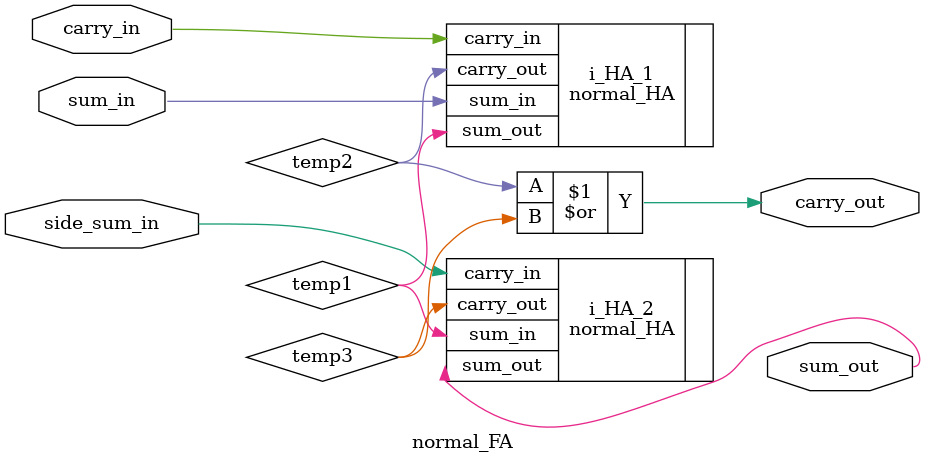
<source format=v>
`timescale 1ns / 1ps


module normal_FA(
    input sum_in,
    input carry_in,
    input side_sum_in,
    output carry_out,
    output sum_out
    );
    
    wire temp1, temp2, temp3;
    
    normal_HA i_HA_1(.sum_in(sum_in),
                     .carry_in(carry_in),
                     .sum_out(temp1),
                     .carry_out(temp2)
                     );
                     
    normal_HA i_HA_2(.sum_in(temp1),
                     .carry_in(side_sum_in),
                     .sum_out(sum_out),
                     .carry_out(temp3)
                     );
                     
    assign carry_out = temp2 | temp3;
    
    
    //assign sum_out = (~side_sum_in & ~sum_in & carry_in) | (~side_sum_in & sum_in & ~carry_in) | (side_sum_in & ~sum_in & ~carry_in) | (side_sum_in & sum_in & carry_in);
    
    //assign carry_out = (side_sum_in & sum_in) | (side_sum_in & carry_in) | (sum_in & carry_in);

endmodule

</source>
